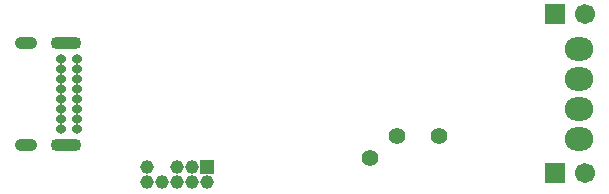
<source format=gbs>
G04*
G04 #@! TF.GenerationSoftware,Altium Limited,Altium Designer,19.1.8 (144)*
G04*
G04 Layer_Color=16711935*
%FSLAX23Y23*%
%MOIN*%
G70*
G01*
G75*
%ADD31O,0.075X0.043*%
%ADD32O,0.102X0.043*%
%ADD33O,0.034X0.032*%
%ADD34R,0.067X0.067*%
%ADD35C,0.067*%
%ADD36O,0.095X0.079*%
%ADD37C,0.055*%
%ADD38R,0.046X0.046*%
%ADD39C,0.046*%
D31*
X-288Y170D02*
D03*
Y-170D02*
D03*
D32*
X-155D02*
D03*
Y170D02*
D03*
D33*
X-170Y117D02*
D03*
Y84D02*
D03*
Y50D02*
D03*
Y17D02*
D03*
Y-17D02*
D03*
Y-50D02*
D03*
Y-84D02*
D03*
Y-117D02*
D03*
X-117D02*
D03*
Y-84D02*
D03*
Y-50D02*
D03*
Y-17D02*
D03*
Y17D02*
D03*
Y50D02*
D03*
Y84D02*
D03*
Y117D02*
D03*
D34*
X1475Y265D02*
D03*
Y-265D02*
D03*
D35*
X1575Y265D02*
D03*
Y-265D02*
D03*
D36*
X1555Y150D02*
D03*
Y50D02*
D03*
Y-50D02*
D03*
Y-150D02*
D03*
D37*
X858Y-215D02*
D03*
X1090Y-140D02*
D03*
X950D02*
D03*
D38*
X315Y-245D02*
D03*
D39*
Y-295D02*
D03*
X265Y-245D02*
D03*
Y-295D02*
D03*
X215Y-245D02*
D03*
Y-295D02*
D03*
X165D02*
D03*
X115Y-245D02*
D03*
Y-295D02*
D03*
M02*

</source>
